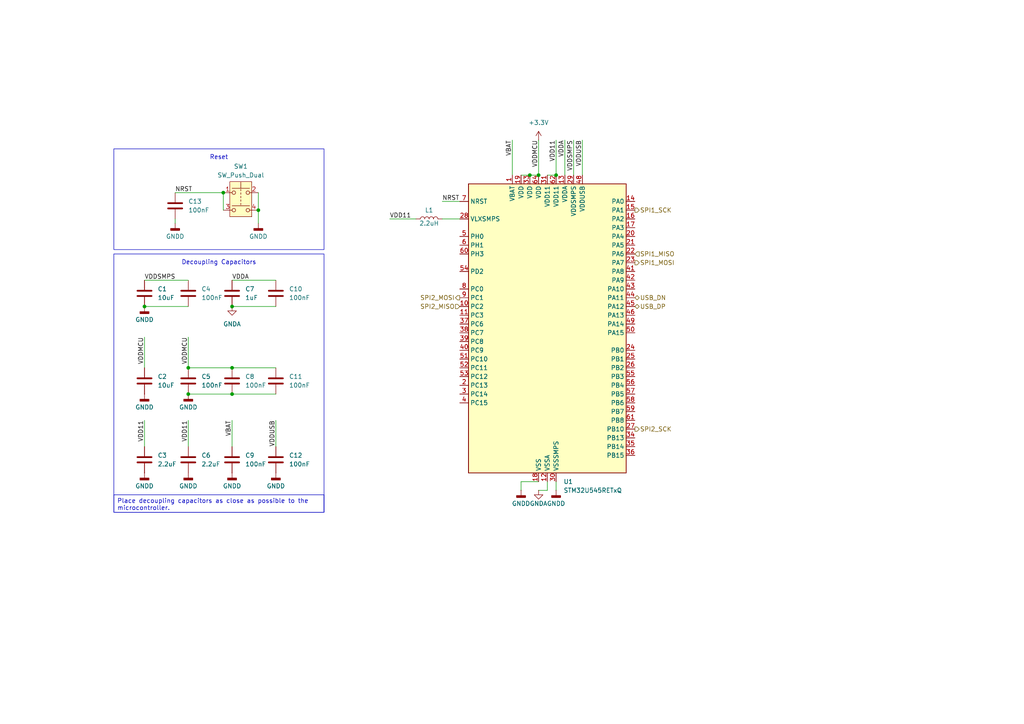
<source format=kicad_sch>
(kicad_sch (version 20250114) (generator "eeschema") (generator_version "9.0")
  (paper "A4")
  (lib_symbols
    (symbol "Device:C" (pin_numbers (hide yes)) (pin_names (offset 0.254))
      (property "Reference" "C" (at 0.635 2.54 0))
      (property "Value" "C" (at 0.635 -2.54 0))
      (symbol "C_0_1"
        (polyline (pts (xy -2.032 0.762) (xy 2.032 0.762)) (stroke (width 0.508)))
        (polyline (pts (xy -2.032 -0.762) (xy 2.032 -0.762)) (stroke (width 0.508)))
      )
      (symbol "C_1_1"
        (pin passive line (at 0 3.81 270) (length 2.794) (name "~") (number "1"))
        (pin passive line (at 0 -3.81 90) (length 2.794) (name "~") (number "2"))
      )
    )
    (symbol "Device:L" (pin_numbers (hide yes)) (pin_names (offset 1.016) (hide yes))
      (property "Reference" "L" (at -1.27 0 90))
      (property "Value" "L" (at 1.905 0 90))
      (symbol "L_0_1"
        (arc (start 0 2.54) (mid 0.6323 1.905) (end 0 1.27))
        (arc (start 0 1.27) (mid 0.6323 0.635) (end 0 0))
        (arc (start 0 0) (mid 0.6323 -0.635) (end 0 -1.27))
        (arc (start 0 -1.27) (mid 0.6323 -1.905) (end 0 -2.54))
      )
      (symbol "L_1_1"
        (pin passive line (at 0 3.81 270) (length 1.27) (name "1") (number "1"))
        (pin passive line (at 0 -3.81 90) (length 1.27) (name "2") (number "2"))
      )
    )
    (symbol "MCU_ST_STM32U5:STM32U545RETxQ"
      (property "Reference" "U" (at -22.86 44.45 0))
      (property "Value" "STM32U545RETxQ" (at 12.7 44.45 0))
      (symbol "STM32U545RETxQ_0_1"
        (rectangle (start -22.86 -40.64) (end 22.86 43.18) (stroke (width 0.254)) (fill (type background)))
      )
      (symbol "STM32U545RETxQ_1_1"
        (pin input line (at -25.4 38.1 0) (length 2.54) (name "NRST") (number "7"))
        (pin power_in line (at -25.4 33.02 0) (length 2.54) (name "VLXSMPS") (number "28"))
        (pin bidirectional line (at -25.4 27.94 0) (length 2.54) (name "PH0") (number "5"))
        (pin bidirectional line (at -25.4 25.4 0) (length 2.54) (name "PH1") (number "6"))
        (pin bidirectional line (at -25.4 22.86 0) (length 2.54) (name "PH3") (number "60"))
        (pin bidirectional line (at -25.4 17.78 0) (length 2.54) (name "PD2") (number "54"))
        (pin bidirectional line (at -25.4 12.7 0) (length 2.54) (name "PC0") (number "8"))
        (pin bidirectional line (at -25.4 10.16 0) (length 2.54) (name "PC1") (number "9"))
        (pin bidirectional line (at -25.4 7.62 0) (length 2.54) (name "PC2") (number "10"))
        (pin bidirectional line (at -25.4 5.08 0) (length 2.54) (name "PC3") (number "11"))
        (pin bidirectional line (at -25.4 2.54 0) (length 2.54) (name "PC6") (number "37"))
        (pin bidirectional line (at -25.4 0 0) (length 2.54) (name "PC7") (number "38"))
        (pin bidirectional line (at -25.4 -2.54 0) (length 2.54) (name "PC8") (number "39"))
        (pin bidirectional line (at -25.4 -5.08 0) (length 2.54) (name "PC9") (number "40"))
        (pin bidirectional line (at -25.4 -7.62 0) (length 2.54) (name "PC10") (number "51"))
        (pin bidirectional line (at -25.4 -10.16 0) (length 2.54) (name "PC11") (number "52"))
        (pin bidirectional line (at -25.4 -12.7 0) (length 2.54) (name "PC12") (number "53"))
        (pin bidirectional line (at -25.4 -15.24 0) (length 2.54) (name "PC13") (number "2"))
        (pin bidirectional line (at -25.4 -17.78 0) (length 2.54) (name "PC14") (number "3"))
        (pin bidirectional line (at -25.4 -20.32 0) (length 2.54) (name "PC15") (number "4"))
        (pin power_in line (at -10.16 45.72 270) (length 2.54) (name "VBAT") (number "1"))
        (pin power_in line (at -7.62 45.72 270) (length 2.54) (name "VDD") (number "19"))
        (pin power_in line (at -5.08 45.72 270) (length 2.54) (name "VDD") (number "33"))
        (pin power_in line (at -2.54 45.72 270) (length 2.54) (name "VDD") (number "64"))
        (pin power_in line (at -2.54 -43.18 90) (length 2.54) (name "VSS") (number "18"))
        (pin passive line (at -2.54 -43.18 90) (length 2.54) (hide yes) (name "VSS") (number "32"))
        (pin passive line (at -2.54 -43.18 90) (length 2.54) (hide yes) (name "VSS") (number "47"))
        (pin passive line (at -2.54 -43.18 90) (length 2.54) (hide yes) (name "VSS") (number "63"))
        (pin power_in line (at 0 45.72 270) (length 2.54) (name "VDD11") (number "31"))
        (pin power_in line (at 0 -43.18 90) (length 2.54) (name "VSSA") (number "12"))
        (pin power_in line (at 2.54 45.72 270) (length 2.54) (name "VDD11") (number "62"))
        (pin power_in line (at 2.54 -43.18 90) (length 2.54) (name "VSSSMPS") (number "30"))
        (pin power_in line (at 5.08 45.72 270) (length 2.54) (name "VDDA") (number "13"))
        (pin power_in line (at 7.62 45.72 270) (length 2.54) (name "VDDSMPS") (number "29"))
        (pin power_in line (at 10.16 45.72 270) (length 2.54) (name "VDDUSB") (number "48"))
        (pin bidirectional line (at 25.4 38.1 180) (length 2.54) (name "PA0") (number "14"))
        (pin bidirectional line (at 25.4 35.56 180) (length 2.54) (name "PA1") (number "15"))
        (pin bidirectional line (at 25.4 33.02 180) (length 2.54) (name "PA2") (number "16"))
        (pin bidirectional line (at 25.4 30.48 180) (length 2.54) (name "PA3") (number "17"))
        (pin bidirectional line (at 25.4 27.94 180) (length 2.54) (name "PA4") (number "20"))
        (pin bidirectional line (at 25.4 25.4 180) (length 2.54) (name "PA5") (number "21"))
        (pin bidirectional line (at 25.4 22.86 180) (length 2.54) (name "PA6") (number "22"))
        (pin bidirectional line (at 25.4 20.32 180) (length 2.54) (name "PA7") (number "23"))
        (pin bidirectional line (at 25.4 17.78 180) (length 2.54) (name "PA8") (number "41"))
        (pin bidirectional line (at 25.4 15.24 180) (length 2.54) (name "PA9") (number "42"))
        (pin bidirectional line (at 25.4 12.7 180) (length 2.54) (name "PA10") (number "43"))
        (pin bidirectional line (at 25.4 10.16 180) (length 2.54) (name "PA11") (number "44"))
        (pin bidirectional line (at 25.4 7.62 180) (length 2.54) (name "PA12") (number "45"))
        (pin bidirectional line (at 25.4 5.08 180) (length 2.54) (name "PA13") (number "46"))
        (pin bidirectional line (at 25.4 2.54 180) (length 2.54) (name "PA14") (number "49"))
        (pin bidirectional line (at 25.4 0 180) (length 2.54) (name "PA15") (number "50"))
        (pin bidirectional line (at 25.4 -5.08 180) (length 2.54) (name "PB0") (number "24"))
        (pin bidirectional line (at 25.4 -7.62 180) (length 2.54) (name "PB1") (number "25"))
        (pin bidirectional line (at 25.4 -10.16 180) (length 2.54) (name "PB2") (number "26"))
        (pin bidirectional line (at 25.4 -12.7 180) (length 2.54) (name "PB3") (number "55"))
        (pin bidirectional line (at 25.4 -15.24 180) (length 2.54) (name "PB4") (number "56"))
        (pin bidirectional line (at 25.4 -17.78 180) (length 2.54) (name "PB5") (number "57"))
        (pin bidirectional line (at 25.4 -20.32 180) (length 2.54) (name "PB6") (number "58"))
        (pin bidirectional line (at 25.4 -22.86 180) (length 2.54) (name "PB7") (number "59"))
        (pin bidirectional line (at 25.4 -25.4 180) (length 2.54) (name "PB8") (number "61"))
        (pin bidirectional line (at 25.4 -27.94 180) (length 2.54) (name "PB10") (number "27"))
        (pin bidirectional line (at 25.4 -30.48 180) (length 2.54) (name "PB13") (number "34"))
        (pin bidirectional line (at 25.4 -33.02 180) (length 2.54) (name "PB14") (number "35"))
        (pin bidirectional line (at 25.4 -35.56 180) (length 2.54) (name "PB15") (number "36"))
      )
    )
    (symbol "Switch:SW_Push_Dual" (pin_names (offset 1.016) (hide yes))
      (property "Reference" "SW" (at 0 7.62 0))
      (property "Value" "SW_Push_Dual" (at 0 -6.35 0))
      (symbol "SW_Push_Dual_0_1"
        (circle (center -2.032 2.54) (radius 0.508))
        (circle (center -2.032 -2.54) (radius 0.508))
        (polyline (pts (xy 0 3.81) (xy 0 5.588)))
        (polyline (pts (xy 0 3.048) (xy 0 3.556)))
        (polyline (pts (xy 0 2.032) (xy 0 2.54)))
        (polyline (pts (xy 0 1.016) (xy 0 1.524)))
        (polyline (pts (xy 0 0.508) (xy 0 0)))
        (polyline (pts (xy 0 -0.508) (xy 0 -1.016)))
        (circle (center 2.032 2.54) (radius 0.508))
        (circle (center 2.032 -2.54) (radius 0.508))
        (polyline (pts (xy 2.54 3.81) (xy -2.54 3.81)))
        (polyline (pts (xy 2.54 -1.27) (xy -2.54 -1.27)))
        (pin passive line (at -5.08 2.54 0) (length 2.54) (name "1") (number "1"))
        (pin passive line (at -5.08 -2.54 0) (length 2.54) (name "3") (number "3"))
        (pin passive line (at 5.08 2.54 180) (length 2.54) (name "2") (number "2"))
        (pin passive line (at 5.08 -2.54 180) (length 2.54) (name "4") (number "4"))
      )
      (symbol "SW_Push_Dual_1_1"
        (rectangle (start -3.175 5.715) (end 3.175 -4.445) (fill (type background)))
      )
    )
    (symbol "power:+3.3V" (power) (pin_numbers (hide yes)) (pin_names (offset 0) (hide yes))
      (property "Value" "+3.3V" (at 0 3.556 0))
      (symbol "+3.3V_0_1"
        (polyline (pts (xy -0.762 1.27) (xy 0 2.54)))
        (polyline (pts (xy 0 2.54) (xy 0.762 1.27)))
        (polyline (pts (xy 0 0) (xy 0 2.54)))
      )
      (symbol "+3.3V_1_1"
        (pin power_in line (at 0 0 90) (length 0) (name "~") (number "1"))
      )
    )
    (symbol "power:GNDA" (power) (pin_numbers (hide yes)) (pin_names (offset 0) (hide yes))
      (property "Value" "GNDA" (at 0 -3.81 0))
      (symbol "GNDA_0_1"
        (polyline (pts (xy 0 0) (xy 0 -1.27) (xy 1.27 -1.27) (xy 0 -2.54) (xy -1.27 -1.27) (xy 0 -1.27)))
      )
      (symbol "GNDA_1_1"
        (pin power_in line (at 0 0 270) (length 0) (name "~") (number "1"))
      )
    )
    (symbol "power:GNDD" (power) (pin_numbers (hide yes)) (pin_names (offset 0) (hide yes))
      (property "Value" "GNDD" (at 0 -3.175 0))
      (symbol "GNDD_0_1"
        (rectangle (start -1.27 -1.524) (end 1.27 -2.032) (stroke (width 0.254)) (fill (type outline)))
        (polyline (pts (xy 0 0) (xy 0 -1.524)))
      )
      (symbol "GNDD_1_1"
        (pin power_in line (at 0 0 270) (length 0) (name "~") (number "1"))
      )
    )
  )
  (rectangle (start 33.02 43.18) (end 93.98 72.39))
  (rectangle (start 33.02 73.66) (end 93.98 148.59))
  (text "Decoupling Capacitors" (at 63.5 76.2 0) (effects (font (size 1.27 1.27))))
  (text "Reset" (at 63.5 45.72 0) (effects (font (size 1.27 1.27))))
  (text_box "Place decoupling capacitors as close as possible to the microcontroller." (at 33.02 143.51 0) (size 60.96 5.08) (margins 0.9525 0.9525 0.9525 0.9525) (effects (font (size 1.27 1.27)) (justify left top)))
  (junction (at 67.31 114.3))
  (junction (at 156.21 50.8))
  (junction (at 74.93 60.96))
  (junction (at 41.91 88.9))
  (junction (at 161.29 50.8))
  (junction (at 54.61 114.3))
  (junction (at 54.61 106.68))
  (junction (at 67.31 88.9))
  (junction (at 64.77 55.88))
  (junction (at 67.31 106.68))
  (junction (at 153.67 50.8))
  (wire (pts (xy 41.91 121.92) (xy 41.91 129.54)))
  (wire (pts (xy 54.61 114.3) (xy 67.31 114.3)))
  (wire (pts (xy 41.91 88.9) (xy 54.61 88.9)))
  (wire (pts (xy 67.31 106.68) (xy 80.01 106.68)))
  (wire (pts (xy 54.61 106.68) (xy 54.61 97.79)))
  (wire (pts (xy 64.77 55.88) (xy 64.77 60.96)))
  (wire (pts (xy 41.91 81.28) (xy 54.61 81.28)))
  (wire (pts (xy 128.27 58.42) (xy 133.35 58.42)))
  (wire (pts (xy 113.03 63.5) (xy 120.65 63.5)))
  (wire (pts (xy 153.67 50.8) (xy 156.21 50.8)))
  (wire (pts (xy 166.37 40.64) (xy 166.37 50.8)))
  (wire (pts (xy 80.01 121.92) (xy 80.01 129.54)))
  (wire (pts (xy 67.31 114.3) (xy 80.01 114.3)))
  (wire (pts (xy 161.29 40.64) (xy 161.29 50.8)))
  (wire (pts (xy 41.91 106.68) (xy 41.91 97.79)))
  (wire (pts (xy 74.93 60.96) (xy 74.93 64.77)))
  (wire (pts (xy 156.21 142.24) (xy 158.75 142.24)))
  (wire (pts (xy 54.61 106.68) (xy 67.31 106.68)))
  (wire (pts (xy 50.8 55.88) (xy 64.77 55.88)))
  (wire (pts (xy 163.83 40.64) (xy 163.83 50.8)))
  (wire (pts (xy 151.13 139.7) (xy 156.21 139.7)))
  (wire (pts (xy 158.75 50.8) (xy 161.29 50.8)))
  (wire (pts (xy 128.27 63.5) (xy 133.35 63.5)))
  (wire (pts (xy 151.13 139.7) (xy 151.13 142.24)))
  (wire (pts (xy 67.31 88.9) (xy 80.01 88.9)))
  (wire (pts (xy 161.29 139.7) (xy 161.29 142.24)))
  (wire (pts (xy 151.13 50.8) (xy 153.67 50.8)))
  (wire (pts (xy 67.31 81.28) (xy 80.01 81.28)))
  (wire (pts (xy 74.93 55.88) (xy 74.93 60.96)))
  (wire (pts (xy 148.59 40.64) (xy 148.59 50.8)))
  (wire (pts (xy 168.91 40.64) (xy 168.91 50.8)))
  (wire (pts (xy 50.8 64.77) (xy 50.8 63.5)))
  (wire (pts (xy 158.75 142.24) (xy 158.75 139.7)))
  (wire (pts (xy 67.31 121.92) (xy 67.31 129.54)))
  (wire (pts (xy 156.21 40.64) (xy 156.21 50.8)))
  (wire (pts (xy 54.61 121.92) (xy 54.61 129.54)))
  (label "VDDA" (at 163.83 40.64 270))
  (label "VDD11" (at 113.03 63.5 0))
  (label "VDDMCU" (at 156.21 40.64 270))
  (label "VDDUSB" (at 168.91 40.64 270))
  (label "VDDUSB" (at 80.01 121.92 270))
  (label "VDDSMPS" (at 166.37 40.64 270))
  (label "VDD11" (at 54.61 121.92 270))
  (label "VDDA" (at 67.31 81.28 0))
  (label "VDDSMPS" (at 41.91 81.28 0))
  (label "VBAT" (at 67.31 121.92 270))
  (label "NRST" (at 50.8 55.88 0))
  (label "VDD11" (at 41.91 121.92 270))
  (label "NRST" (at 128.27 58.42 0))
  (label "VDDMCU" (at 41.91 97.79 270))
  (label "VDDMCU" (at 54.61 97.79 270))
  (label "VBAT" (at 148.59 40.64 270))
  (label "VDD11" (at 161.29 40.64 270))
  (hierarchical_label "USB_DP" (shape bidirectional) (at 184.15 88.9 0))
  (hierarchical_label "SPI1_SCK" (shape output) (at 184.15 60.96 0))
  (hierarchical_label "SPI1_MOSI" (shape output) (at 184.15 76.2 0))
  (hierarchical_label "SPI2_SCK" (shape output) (at 184.15 124.46 0))
  (hierarchical_label "USB_DN" (shape bidirectional) (at 184.15 86.36 0))
  (hierarchical_label "SPI1_MISO" (shape input) (at 184.15 73.66 0))
  (hierarchical_label "SPI2_MISO" (shape input) (at 133.35 88.9 180))
  (hierarchical_label "SPI2_MOSI" (shape output) (at 133.35 86.36 180))
  (symbol (lib_id "Device:C") (at 67.31 85.09 0) (unit 1)
    (property "Reference" "C7" (at 71.12 83.8199 0) (effects (justify left)))
    (property "Value" "1uF" (at 71.12 86.3599 0) (effects (justify left)))
    (property "Footprint" "Capacitor_SMD:C_0603_1608Metric_Pad1.08x0.95mm_HandSolder" (effects (hide yes)))
    (property "Description" "Unpolarized capacitor" (effects (hide yes)))
  )
  (symbol (lib_id "MCU_ST_STM32U5:STM32U545RETxQ") (at 158.75 96.52 0) (unit 1)
    (property "Reference" "U1" (at 163.4333 139.7 0) (effects (justify left)))
    (property "Value" "STM32U545RETxQ" (at 163.4333 142.24 0) (effects (justify left)))
    (property "Footprint" "Package_QFP:LQFP-64_10x10mm_P0.5mm" (effects (hide yes)))
    (property "Datasheet" "https://www.st.com/resource/en/datasheet/stm32u545re.pdf" (effects (hide yes)))
    (property "Description" "STMicroelectronics Arm Cortex-M33 MCU, 512KB flash, 274KB RAM, 47 GPIO, LQFP64" (effects (hide yes)))
  )
  (symbol (lib_id "Device:C") (at 80.01 133.35 0) (unit 1)
    (property "Reference" "C12" (at 83.82 132.0799 0) (effects (justify left)))
    (property "Value" "100nF" (at 83.82 134.6199 0) (effects (justify left)))
    (property "Footprint" "Capacitor_SMD:C_0603_1608Metric_Pad1.08x0.95mm_HandSolder" (effects (hide yes)))
    (property "Description" "Unpolarized capacitor" (effects (hide yes)))
  )
  (symbol (lib_id "power:GNDD") (at 151.13 142.24 0) (unit 1)
    (property "Reference" "#PWR09" (effects (hide yes)))
    (property "Value" "GNDD" (at 151.13 146.05 0))
    (property "Description" "Power symbol creates a global label with name \"GNDD\" , digital ground" (effects (hide yes)))
  )
  (symbol (lib_id "power:GNDA") (at 156.21 142.24 0) (unit 1)
    (property "Reference" "#PWR010" (effects (hide yes)))
    (property "Value" "GNDA" (at 156.21 146.05 0))
    (property "Description" "Power symbol creates a global label with name \"GNDA\" , analog ground" (effects (hide yes)))
  )
  (symbol (lib_id "power:GNDD") (at 50.8 64.77 0) (unit 1)
    (property "Reference" "#PWR012" (effects (hide yes)))
    (property "Value" "GNDD" (at 50.8 68.58 0))
    (property "Description" "Power symbol creates a global label with name \"GNDD\" , digital ground" (effects (hide yes)))
  )
  (symbol (lib_id "Device:L") (at 124.46 63.5 90) (unit 1)
    (property "Reference" "L1" (at 124.46 60.96 90))
    (property "Value" "2.2uH" (at 124.46 64.77 90))
    (property "Description" "Inductor" (effects (hide yes)))
  )
  (symbol (lib_id "power:GNDD") (at 54.61 114.3 0) (unit 1)
    (property "Reference" "#PWR04" (effects (hide yes)))
    (property "Value" "GNDD" (at 54.61 118.11 0))
    (property "Description" "Power symbol creates a global label with name \"GNDD\" , digital ground" (effects (hide yes)))
  )
  (symbol (lib_id "power:GNDD") (at 74.93 64.77 0) (unit 1)
    (property "Reference" "#PWR011" (effects (hide yes)))
    (property "Value" "GNDD" (at 74.93 68.58 0))
    (property "Description" "Power symbol creates a global label with name \"GNDD\" , digital ground" (effects (hide yes)))
  )
  (symbol (lib_id "power:GNDD") (at 161.29 142.24 0) (unit 1)
    (property "Reference" "#PWR014" (effects (hide yes)))
    (property "Value" "GNDD" (at 161.29 146.05 0))
    (property "Description" "Power symbol creates a global label with name \"GNDD\" , digital ground" (effects (hide yes)))
  )
  (symbol (lib_id "Device:C") (at 54.61 133.35 0) (unit 1)
    (property "Reference" "C6" (at 58.42 132.0799 0) (effects (justify left)))
    (property "Value" "2.2uF" (at 58.42 134.6199 0) (effects (justify left)))
    (property "Footprint" "Capacitor_SMD:C_0603_1608Metric_Pad1.08x0.95mm_HandSolder" (effects (hide yes)))
    (property "Description" "Unpolarized capacitor" (effects (hide yes)))
  )
  (symbol (lib_id "power:GNDD") (at 41.91 137.16 0) (unit 1)
    (property "Reference" "#PWR03" (effects (hide yes)))
    (property "Value" "GNDD" (at 41.91 140.97 0))
    (property "Description" "Power symbol creates a global label with name \"GNDD\" , digital ground" (effects (hide yes)))
  )
  (symbol (lib_id "Device:C") (at 67.31 133.35 0) (unit 1)
    (property "Reference" "C9" (at 71.12 132.0799 0) (effects (justify left)))
    (property "Value" "100nF" (at 71.12 134.6199 0) (effects (justify left)))
    (property "Footprint" "Capacitor_SMD:C_0603_1608Metric_Pad1.08x0.95mm_HandSolder" (effects (hide yes)))
    (property "Description" "Unpolarized capacitor" (effects (hide yes)))
  )
  (symbol (lib_id "Device:C") (at 54.61 110.49 0) (unit 1)
    (property "Reference" "C5" (at 58.42 109.2199 0) (effects (justify left)))
    (property "Value" "100nF" (at 58.42 111.7599 0) (effects (justify left)))
    (property "Footprint" "Capacitor_SMD:C_0603_1608Metric_Pad1.08x0.95mm_HandSolder" (effects (hide yes)))
    (property "Description" "Unpolarized capacitor" (effects (hide yes)))
  )
  (symbol (lib_id "power:GNDD") (at 41.91 88.9 0) (unit 1)
    (property "Reference" "#PWR01" (effects (hide yes)))
    (property "Value" "GNDD" (at 41.91 92.71 0))
    (property "Description" "Power symbol creates a global label with name \"GNDD\" , digital ground" (effects (hide yes)))
  )
  (symbol (lib_id "power:GNDA") (at 67.31 88.9 0) (unit 1)
    (property "Reference" "#PWR06" (effects (hide yes)))
    (property "Value" "GNDA" (at 67.31 93.98 0))
    (property "Description" "Power symbol creates a global label with name \"GNDA\" , analog ground" (effects (hide yes)))
  )
  (symbol (lib_id "power:GNDD") (at 54.61 137.16 0) (unit 1)
    (property "Reference" "#PWR05" (effects (hide yes)))
    (property "Value" "GNDD" (at 54.61 140.97 0))
    (property "Description" "Power symbol creates a global label with name \"GNDD\" , digital ground" (effects (hide yes)))
  )
  (symbol (lib_id "Device:C") (at 80.01 85.09 0) (unit 1)
    (property "Reference" "C10" (at 83.82 83.8199 0) (effects (justify left)))
    (property "Value" "100nF" (at 83.82 86.3599 0) (effects (justify left)))
    (property "Footprint" "Capacitor_SMD:C_0603_1608Metric_Pad1.08x0.95mm_HandSolder" (effects (hide yes)))
    (property "Description" "Unpolarized capacitor" (effects (hide yes)))
  )
  (symbol (lib_id "Switch:SW_Push_Dual") (at 69.85 58.42 0) (unit 1)
    (property "Reference" "SW1" (at 69.85 48.26 0))
    (property "Value" "SW_Push_Dual" (at 69.85 50.8 0))
    (property "Description" "Push button switch, generic, symbol, four pins" (effects (hide yes)))
  )
  (symbol (lib_id "Device:C") (at 54.61 85.09 0) (unit 1)
    (property "Reference" "C4" (at 58.42 83.8199 0) (effects (justify left)))
    (property "Value" "100nF" (at 58.42 86.3599 0) (effects (justify left)))
    (property "Footprint" "Capacitor_SMD:C_0603_1608Metric_Pad1.08x0.95mm_HandSolder" (effects (hide yes)))
    (property "Description" "Unpolarized capacitor" (effects (hide yes)))
  )
  (symbol (lib_id "power:GNDD") (at 41.91 114.3 0) (unit 1)
    (property "Reference" "#PWR02" (effects (hide yes)))
    (property "Value" "GNDD" (at 41.91 118.11 0))
    (property "Description" "Power symbol creates a global label with name \"GNDD\" , digital ground" (effects (hide yes)))
  )
  (symbol (lib_id "Device:C") (at 41.91 133.35 0) (unit 1)
    (property "Reference" "C3" (at 45.72 132.0799 0) (effects (justify left)))
    (property "Value" "2.2uF" (at 45.72 134.6199 0) (effects (justify left)))
    (property "Footprint" "Capacitor_SMD:C_0603_1608Metric_Pad1.08x0.95mm_HandSolder" (effects (hide yes)))
    (property "Description" "Unpolarized capacitor" (effects (hide yes)))
  )
  (symbol (lib_id "power:GNDD") (at 80.01 137.16 0) (unit 1)
    (property "Reference" "#PWR08" (effects (hide yes)))
    (property "Value" "GNDD" (at 80.01 140.97 0))
    (property "Description" "Power symbol creates a global label with name \"GNDD\" , digital ground" (effects (hide yes)))
  )
  (symbol (lib_id "Device:C") (at 41.91 110.49 0) (unit 1)
    (property "Reference" "C2" (at 45.72 109.2199 0) (effects (justify left)))
    (property "Value" "10uF" (at 45.72 111.7599 0) (effects (justify left)))
    (property "Footprint" "Capacitor_SMD:C_0603_1608Metric_Pad1.08x0.95mm_HandSolder" (effects (hide yes)))
    (property "Description" "Unpolarized capacitor" (effects (hide yes)))
  )
  (symbol (lib_id "power:GNDD") (at 67.31 137.16 0) (unit 1)
    (property "Reference" "#PWR07" (effects (hide yes)))
    (property "Value" "GNDD" (at 67.31 140.97 0))
    (property "Description" "Power symbol creates a global label with name \"GNDD\" , digital ground" (effects (hide yes)))
  )
  (symbol (lib_id "Device:C") (at 80.01 110.49 0) (unit 1)
    (property "Reference" "C11" (at 83.82 109.2199 0) (effects (justify left)))
    (property "Value" "100nF" (at 83.82 111.7599 0) (effects (justify left)))
    (property "Footprint" "Capacitor_SMD:C_0603_1608Metric_Pad1.08x0.95mm_HandSolder" (effects (hide yes)))
    (property "Description" "Unpolarized capacitor" (effects (hide yes)))
  )
  (symbol (lib_id "Device:C") (at 50.8 59.69 0) (unit 1)
    (property "Reference" "C13" (at 54.61 58.4199 0) (effects (justify left)))
    (property "Value" "100nF" (at 54.61 60.9599 0) (effects (justify left)))
    (property "Footprint" "Capacitor_SMD:C_0603_1608Metric_Pad1.08x0.95mm_HandSolder" (effects (hide yes)))
    (property "Description" "Unpolarized capacitor" (effects (hide yes)))
  )
  (symbol (lib_id "Device:C") (at 67.31 110.49 0) (unit 1)
    (property "Reference" "C8" (at 71.12 109.2199 0) (effects (justify left)))
    (property "Value" "100nF" (at 71.12 111.7599 0) (effects (justify left)))
    (property "Footprint" "Capacitor_SMD:C_0603_1608Metric_Pad1.08x0.95mm_HandSolder" (effects (hide yes)))
    (property "Description" "Unpolarized capacitor" (effects (hide yes)))
  )
  (symbol (lib_id "power:+3.3V") (at 156.21 40.64 0) (unit 1)
    (property "Reference" "#PWR013" (effects (hide yes)))
    (property "Value" "+3.3V" (at 156.21 35.56 0))
    (property "Description" "Power symbol creates a global label with name \"+3.3V\"" (effects (hide yes)))
  )
  (symbol (lib_id "Device:C") (at 41.91 85.09 0) (unit 1)
    (property "Reference" "C1" (at 45.72 83.8199 0) (effects (justify left)))
    (property "Value" "10uF" (at 45.72 86.3599 0) (effects (justify left)))
    (property "Footprint" "Capacitor_SMD:C_0603_1608Metric_Pad1.08x0.95mm_HandSolder" (effects (hide yes)))
    (property "Description" "Unpolarized capacitor" (effects (hide yes)))
  )
)
</source>
